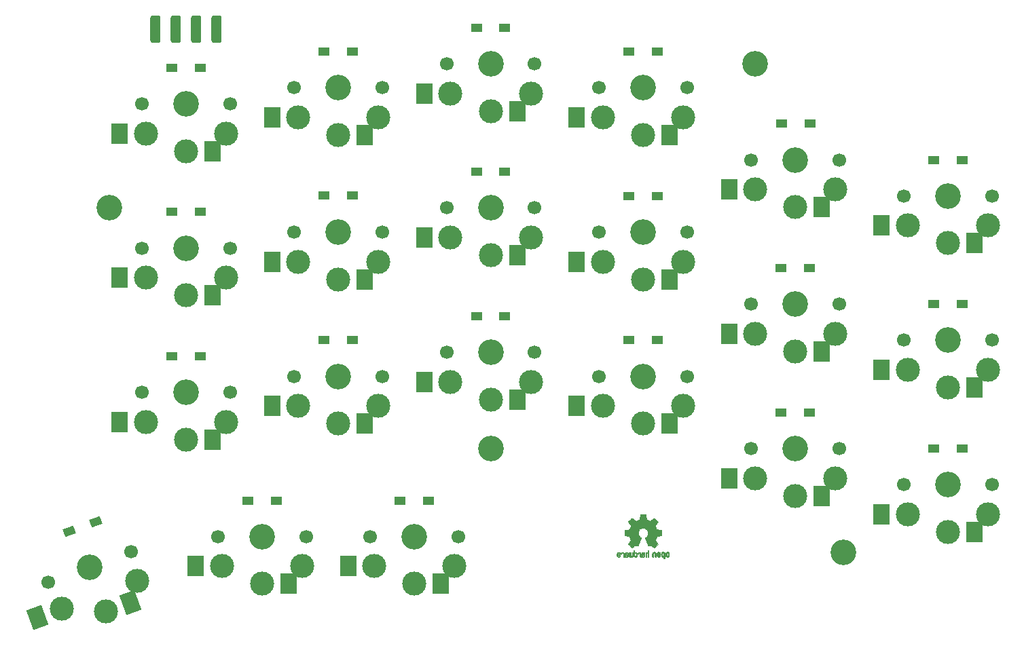
<source format=gbs>
%TF.GenerationSoftware,KiCad,Pcbnew,7.0.2-0*%
%TF.CreationDate,2023-05-24T14:01:04+08:00*%
%TF.ProjectId,Input,496e7075-742e-46b6-9963-61645f706362,1*%
%TF.SameCoordinates,PX7bfa480PY6052340*%
%TF.FileFunction,Soldermask,Bot*%
%TF.FilePolarity,Negative*%
%FSLAX46Y46*%
G04 Gerber Fmt 4.6, Leading zero omitted, Abs format (unit mm)*
G04 Created by KiCad (PCBNEW 7.0.2-0) date 2023-05-24 14:01:04*
%MOMM*%
%LPD*%
G01*
G04 APERTURE LIST*
G04 Aperture macros list*
%AMRoundRect*
0 Rectangle with rounded corners*
0 $1 Rounding radius*
0 $2 $3 $4 $5 $6 $7 $8 $9 X,Y pos of 4 corners*
0 Add a 4 corners polygon primitive as box body*
4,1,4,$2,$3,$4,$5,$6,$7,$8,$9,$2,$3,0*
0 Add four circle primitives for the rounded corners*
1,1,$1+$1,$2,$3*
1,1,$1+$1,$4,$5*
1,1,$1+$1,$6,$7*
1,1,$1+$1,$8,$9*
0 Add four rect primitives between the rounded corners*
20,1,$1+$1,$2,$3,$4,$5,0*
20,1,$1+$1,$4,$5,$6,$7,0*
20,1,$1+$1,$6,$7,$8,$9,0*
20,1,$1+$1,$8,$9,$2,$3,0*%
%AMRotRect*
0 Rectangle, with rotation*
0 The origin of the aperture is its center*
0 $1 length*
0 $2 width*
0 $3 Rotation angle, in degrees counterclockwise*
0 Add horizontal line*
21,1,$1,$2,0,0,$3*%
G04 Aperture macros list end*
%ADD10C,0.010000*%
%ADD11C,3.000000*%
%ADD12C,3.200000*%
%ADD13RoundRect,0.317500X0.317500X1.397000X-0.317500X1.397000X-0.317500X-1.397000X0.317500X-1.397000X0*%
%ADD14C,1.700000*%
%ADD15R,2.000000X2.600000*%
%ADD16R,1.400000X1.000000*%
%ADD17RotRect,2.000000X2.600000X20.000000*%
%ADD18RotRect,1.400000X1.000000X200.000000*%
G04 APERTURE END LIST*
%TO.C,REF\u002A\u002A*%
D10*
X54482829Y-37951097D02*
X54542753Y-37973355D01*
X54567673Y-37990080D01*
X54592910Y-38014043D01*
X54610912Y-38044526D01*
X54622858Y-38086023D01*
X54629930Y-38143032D01*
X54633308Y-38220047D01*
X54634171Y-38321565D01*
X54634002Y-38374027D01*
X54633153Y-38445715D01*
X54631711Y-38502925D01*
X54629814Y-38540809D01*
X54627597Y-38554514D01*
X54613172Y-38549981D01*
X54584054Y-38537670D01*
X54583181Y-38537272D01*
X54568060Y-38529356D01*
X54557891Y-38518495D01*
X54551691Y-38499471D01*
X54548478Y-38467069D01*
X54547270Y-38416071D01*
X54547086Y-38341261D01*
X54546714Y-38293804D01*
X54542750Y-38204615D01*
X54533673Y-38139287D01*
X54518524Y-38094393D01*
X54496345Y-38066507D01*
X54466175Y-38052203D01*
X54461990Y-38051206D01*
X54405480Y-38050427D01*
X54361410Y-38075744D01*
X54330972Y-38126502D01*
X54325544Y-38141175D01*
X54313171Y-38173649D01*
X54306905Y-38188572D01*
X54294036Y-38186516D01*
X54265933Y-38175357D01*
X54239721Y-38156927D01*
X54227771Y-38122098D01*
X54231336Y-38097151D01*
X54253235Y-38046547D01*
X54288644Y-37999128D01*
X54330052Y-37966334D01*
X54347400Y-37958752D01*
X54413089Y-37946076D01*
X54482829Y-37951097D01*
G36*
X54482829Y-37951097D02*
G01*
X54542753Y-37973355D01*
X54567673Y-37990080D01*
X54592910Y-38014043D01*
X54610912Y-38044526D01*
X54622858Y-38086023D01*
X54629930Y-38143032D01*
X54633308Y-38220047D01*
X54634171Y-38321565D01*
X54634002Y-38374027D01*
X54633153Y-38445715D01*
X54631711Y-38502925D01*
X54629814Y-38540809D01*
X54627597Y-38554514D01*
X54613172Y-38549981D01*
X54584054Y-38537670D01*
X54583181Y-38537272D01*
X54568060Y-38529356D01*
X54557891Y-38518495D01*
X54551691Y-38499471D01*
X54548478Y-38467069D01*
X54547270Y-38416071D01*
X54547086Y-38341261D01*
X54546714Y-38293804D01*
X54542750Y-38204615D01*
X54533673Y-38139287D01*
X54518524Y-38094393D01*
X54496345Y-38066507D01*
X54466175Y-38052203D01*
X54461990Y-38051206D01*
X54405480Y-38050427D01*
X54361410Y-38075744D01*
X54330972Y-38126502D01*
X54325544Y-38141175D01*
X54313171Y-38173649D01*
X54306905Y-38188572D01*
X54294036Y-38186516D01*
X54265933Y-38175357D01*
X54239721Y-38156927D01*
X54227771Y-38122098D01*
X54231336Y-38097151D01*
X54253235Y-38046547D01*
X54288644Y-37999128D01*
X54330052Y-37966334D01*
X54347400Y-37958752D01*
X54413089Y-37946076D01*
X54482829Y-37951097D01*
G37*
X58431020Y-37917822D02*
X58498810Y-37949680D01*
X58554366Y-38004770D01*
X58565881Y-38022016D01*
X58575432Y-38041562D01*
X58582206Y-38066198D01*
X58586819Y-38100711D01*
X58589888Y-38149889D01*
X58592029Y-38218519D01*
X58593859Y-38311389D01*
X58598404Y-38569007D01*
X58560225Y-38554491D01*
X58525268Y-38541156D01*
X58499097Y-38528323D01*
X58482013Y-38511780D01*
X58472086Y-38486465D01*
X58467386Y-38447316D01*
X58465982Y-38389268D01*
X58465943Y-38307261D01*
X58465744Y-38241895D01*
X58464559Y-38179173D01*
X58461729Y-38136334D01*
X58456609Y-38108220D01*
X58448553Y-38089675D01*
X58436914Y-38075543D01*
X58408303Y-38055600D01*
X58360239Y-38048083D01*
X58312688Y-38067079D01*
X58309550Y-38069511D01*
X58299769Y-38080748D01*
X58292553Y-38098770D01*
X58287299Y-38128026D01*
X58283402Y-38172962D01*
X58280256Y-38238028D01*
X58277257Y-38327670D01*
X58270000Y-38567697D01*
X58208314Y-38540044D01*
X58146629Y-38512391D01*
X58146629Y-38293246D01*
X58146884Y-38233711D01*
X58149086Y-38150892D01*
X58154661Y-38089227D01*
X58164941Y-38043748D01*
X58181258Y-38009484D01*
X58204943Y-37981466D01*
X58237328Y-37954723D01*
X58283907Y-37927780D01*
X58357287Y-37910191D01*
X58431020Y-37917822D01*
G36*
X58431020Y-37917822D02*
G01*
X58498810Y-37949680D01*
X58554366Y-38004770D01*
X58565881Y-38022016D01*
X58575432Y-38041562D01*
X58582206Y-38066198D01*
X58586819Y-38100711D01*
X58589888Y-38149889D01*
X58592029Y-38218519D01*
X58593859Y-38311389D01*
X58598404Y-38569007D01*
X58560225Y-38554491D01*
X58525268Y-38541156D01*
X58499097Y-38528323D01*
X58482013Y-38511780D01*
X58472086Y-38486465D01*
X58467386Y-38447316D01*
X58465982Y-38389268D01*
X58465943Y-38307261D01*
X58465744Y-38241895D01*
X58464559Y-38179173D01*
X58461729Y-38136334D01*
X58456609Y-38108220D01*
X58448553Y-38089675D01*
X58436914Y-38075543D01*
X58408303Y-38055600D01*
X58360239Y-38048083D01*
X58312688Y-38067079D01*
X58309550Y-38069511D01*
X58299769Y-38080748D01*
X58292553Y-38098770D01*
X58287299Y-38128026D01*
X58283402Y-38172962D01*
X58280256Y-38238028D01*
X58277257Y-38327670D01*
X58270000Y-38567697D01*
X58208314Y-38540044D01*
X58146629Y-38512391D01*
X58146629Y-38293246D01*
X58146884Y-38233711D01*
X58149086Y-38150892D01*
X58154661Y-38089227D01*
X58164941Y-38043748D01*
X58181258Y-38009484D01*
X58204943Y-37981466D01*
X58237328Y-37954723D01*
X58283907Y-37927780D01*
X58357287Y-37910191D01*
X58431020Y-37917822D01*
G37*
X56607691Y-37966467D02*
X56612273Y-37969003D01*
X56649704Y-37998057D01*
X56683170Y-38035410D01*
X56689007Y-38043852D01*
X56700165Y-38063553D01*
X56708136Y-38086935D01*
X56713618Y-38119067D01*
X56717307Y-38165019D01*
X56719899Y-38229859D01*
X56722092Y-38318657D01*
X56722402Y-38333669D01*
X56723400Y-38430999D01*
X56721994Y-38499934D01*
X56718164Y-38540948D01*
X56711889Y-38554514D01*
X56692898Y-38550452D01*
X56660638Y-38538144D01*
X56653041Y-38534545D01*
X56641176Y-38526398D01*
X56632994Y-38513004D01*
X56627643Y-38489608D01*
X56624269Y-38451455D01*
X56622019Y-38393790D01*
X56620040Y-38311857D01*
X56619498Y-38287907D01*
X56617403Y-38212266D01*
X56614683Y-38159328D01*
X56610515Y-38124075D01*
X56604079Y-38101487D01*
X56594550Y-38086544D01*
X56581106Y-38074227D01*
X56541305Y-38052634D01*
X56492341Y-38048476D01*
X56448529Y-38064999D01*
X56417008Y-38099210D01*
X56404914Y-38148114D01*
X56404578Y-38161407D01*
X56397972Y-38185472D01*
X56378470Y-38189144D01*
X56340283Y-38174813D01*
X56331438Y-38170217D01*
X56307534Y-38143186D01*
X56307061Y-38102994D01*
X56329836Y-38047409D01*
X56350727Y-38017117D01*
X56404142Y-37974084D01*
X56470074Y-37949755D01*
X56540574Y-37946443D01*
X56607691Y-37966467D01*
G36*
X56607691Y-37966467D02*
G01*
X56612273Y-37969003D01*
X56649704Y-37998057D01*
X56683170Y-38035410D01*
X56689007Y-38043852D01*
X56700165Y-38063553D01*
X56708136Y-38086935D01*
X56713618Y-38119067D01*
X56717307Y-38165019D01*
X56719899Y-38229859D01*
X56722092Y-38318657D01*
X56722402Y-38333669D01*
X56723400Y-38430999D01*
X56721994Y-38499934D01*
X56718164Y-38540948D01*
X56711889Y-38554514D01*
X56692898Y-38550452D01*
X56660638Y-38538144D01*
X56653041Y-38534545D01*
X56641176Y-38526398D01*
X56632994Y-38513004D01*
X56627643Y-38489608D01*
X56624269Y-38451455D01*
X56622019Y-38393790D01*
X56620040Y-38311857D01*
X56619498Y-38287907D01*
X56617403Y-38212266D01*
X56614683Y-38159328D01*
X56610515Y-38124075D01*
X56604079Y-38101487D01*
X56594550Y-38086544D01*
X56581106Y-38074227D01*
X56541305Y-38052634D01*
X56492341Y-38048476D01*
X56448529Y-38064999D01*
X56417008Y-38099210D01*
X56404914Y-38148114D01*
X56404578Y-38161407D01*
X56397972Y-38185472D01*
X56378470Y-38189144D01*
X56340283Y-38174813D01*
X56331438Y-38170217D01*
X56307534Y-38143186D01*
X56307061Y-38102994D01*
X56329836Y-38047409D01*
X56350727Y-38017117D01*
X56404142Y-37974084D01*
X56470074Y-37949755D01*
X56540574Y-37946443D01*
X56607691Y-37966467D01*
G37*
X57678543Y-37749444D02*
X57725714Y-37769342D01*
X57725714Y-38166509D01*
X57725519Y-38269498D01*
X57724998Y-38362141D01*
X57724199Y-38440700D01*
X57723172Y-38501439D01*
X57721963Y-38540623D01*
X57720623Y-38554514D01*
X57720099Y-38554468D01*
X57702287Y-38549420D01*
X57669823Y-38538580D01*
X57624114Y-38522646D01*
X57624114Y-38318173D01*
X57623824Y-38237832D01*
X57622474Y-38179562D01*
X57619369Y-38139909D01*
X57613812Y-38113618D01*
X57605107Y-38095436D01*
X57592556Y-38080107D01*
X57583999Y-38071955D01*
X57537728Y-38049375D01*
X57486728Y-38051375D01*
X57439993Y-38078073D01*
X57433189Y-38084698D01*
X57422293Y-38098456D01*
X57414836Y-38116642D01*
X57410169Y-38144177D01*
X57407642Y-38185981D01*
X57406602Y-38246973D01*
X57406400Y-38332073D01*
X57406303Y-38375234D01*
X57405674Y-38446224D01*
X57404556Y-38503076D01*
X57403063Y-38540828D01*
X57401309Y-38554514D01*
X57400785Y-38554468D01*
X57382973Y-38549420D01*
X57350509Y-38538580D01*
X57304800Y-38522646D01*
X57304823Y-38317237D01*
X57304857Y-38298951D01*
X57306778Y-38203626D01*
X57312678Y-38131543D01*
X57324001Y-38077813D01*
X57342187Y-38037549D01*
X57368679Y-38005861D01*
X57404918Y-37977861D01*
X57440263Y-37960333D01*
X57496773Y-37946785D01*
X57552356Y-37946015D01*
X57595086Y-37959195D01*
X57598298Y-37961015D01*
X57608205Y-37960820D01*
X57614975Y-37945572D01*
X57619861Y-37910613D01*
X57624114Y-37851289D01*
X57631371Y-37729547D01*
X57678543Y-37749444D01*
G36*
X57678543Y-37749444D02*
G01*
X57725714Y-37769342D01*
X57725714Y-38166509D01*
X57725519Y-38269498D01*
X57724998Y-38362141D01*
X57724199Y-38440700D01*
X57723172Y-38501439D01*
X57721963Y-38540623D01*
X57720623Y-38554514D01*
X57720099Y-38554468D01*
X57702287Y-38549420D01*
X57669823Y-38538580D01*
X57624114Y-38522646D01*
X57624114Y-38318173D01*
X57623824Y-38237832D01*
X57622474Y-38179562D01*
X57619369Y-38139909D01*
X57613812Y-38113618D01*
X57605107Y-38095436D01*
X57592556Y-38080107D01*
X57583999Y-38071955D01*
X57537728Y-38049375D01*
X57486728Y-38051375D01*
X57439993Y-38078073D01*
X57433189Y-38084698D01*
X57422293Y-38098456D01*
X57414836Y-38116642D01*
X57410169Y-38144177D01*
X57407642Y-38185981D01*
X57406602Y-38246973D01*
X57406400Y-38332073D01*
X57406303Y-38375234D01*
X57405674Y-38446224D01*
X57404556Y-38503076D01*
X57403063Y-38540828D01*
X57401309Y-38554514D01*
X57400785Y-38554468D01*
X57382973Y-38549420D01*
X57350509Y-38538580D01*
X57304800Y-38522646D01*
X57304823Y-38317237D01*
X57304857Y-38298951D01*
X57306778Y-38203626D01*
X57312678Y-38131543D01*
X57324001Y-38077813D01*
X57342187Y-38037549D01*
X57368679Y-38005861D01*
X57404918Y-37977861D01*
X57440263Y-37960333D01*
X57496773Y-37946785D01*
X57552356Y-37946015D01*
X57595086Y-37959195D01*
X57598298Y-37961015D01*
X57608205Y-37960820D01*
X57614975Y-37945572D01*
X57619861Y-37910613D01*
X57624114Y-37851289D01*
X57631371Y-37729547D01*
X57678543Y-37749444D01*
G37*
X55653941Y-37949282D02*
X55685774Y-37961758D01*
X55722743Y-37978602D01*
X55722743Y-38465196D01*
X55676812Y-38511127D01*
X55666320Y-38521427D01*
X55637255Y-38544320D01*
X55607943Y-38551735D01*
X55564326Y-38548321D01*
X55546568Y-38546114D01*
X55500767Y-38541445D01*
X55468743Y-38539585D01*
X55459244Y-38539869D01*
X55420274Y-38542948D01*
X55373160Y-38548321D01*
X55358085Y-38550168D01*
X55320110Y-38550893D01*
X55292325Y-38539429D01*
X55260674Y-38511127D01*
X55214743Y-38465196D01*
X55214743Y-38205055D01*
X55215101Y-38128180D01*
X55216216Y-38054886D01*
X55217952Y-37996850D01*
X55220167Y-37958663D01*
X55222721Y-37944914D01*
X55223256Y-37944951D01*
X55241808Y-37951793D01*
X55273153Y-37966868D01*
X55315608Y-37988822D01*
X55319604Y-38217240D01*
X55323600Y-38445657D01*
X55410686Y-38445657D01*
X55414657Y-38195286D01*
X55415916Y-38127227D01*
X55417718Y-38054482D01*
X55419671Y-37996730D01*
X55421612Y-37958648D01*
X55423377Y-37944914D01*
X55423885Y-37944962D01*
X55441482Y-37950015D01*
X55473834Y-37960849D01*
X55519543Y-37976783D01*
X55519765Y-38196706D01*
X55519988Y-38234909D01*
X55521531Y-38309146D01*
X55524292Y-38371145D01*
X55527977Y-38415308D01*
X55532292Y-38436041D01*
X55547732Y-38447131D01*
X55579241Y-38450556D01*
X55613886Y-38445657D01*
X55617857Y-38195286D01*
X55619278Y-38131663D01*
X55622225Y-38056356D01*
X55626079Y-37997286D01*
X55630542Y-37958718D01*
X55635317Y-37944914D01*
X55653941Y-37949282D01*
G36*
X55653941Y-37949282D02*
G01*
X55685774Y-37961758D01*
X55722743Y-37978602D01*
X55722743Y-38465196D01*
X55676812Y-38511127D01*
X55666320Y-38521427D01*
X55637255Y-38544320D01*
X55607943Y-38551735D01*
X55564326Y-38548321D01*
X55546568Y-38546114D01*
X55500767Y-38541445D01*
X55468743Y-38539585D01*
X55459244Y-38539869D01*
X55420274Y-38542948D01*
X55373160Y-38548321D01*
X55358085Y-38550168D01*
X55320110Y-38550893D01*
X55292325Y-38539429D01*
X55260674Y-38511127D01*
X55214743Y-38465196D01*
X55214743Y-38205055D01*
X55215101Y-38128180D01*
X55216216Y-38054886D01*
X55217952Y-37996850D01*
X55220167Y-37958663D01*
X55222721Y-37944914D01*
X55223256Y-37944951D01*
X55241808Y-37951793D01*
X55273153Y-37966868D01*
X55315608Y-37988822D01*
X55319604Y-38217240D01*
X55323600Y-38445657D01*
X55410686Y-38445657D01*
X55414657Y-38195286D01*
X55415916Y-38127227D01*
X55417718Y-38054482D01*
X55419671Y-37996730D01*
X55421612Y-37958648D01*
X55423377Y-37944914D01*
X55423885Y-37944962D01*
X55441482Y-37950015D01*
X55473834Y-37960849D01*
X55519543Y-37976783D01*
X55519765Y-38196706D01*
X55519988Y-38234909D01*
X55521531Y-38309146D01*
X55524292Y-38371145D01*
X55527977Y-38415308D01*
X55532292Y-38436041D01*
X55547732Y-38447131D01*
X55579241Y-38450556D01*
X55613886Y-38445657D01*
X55617857Y-38195286D01*
X55619278Y-38131663D01*
X55622225Y-38056356D01*
X55626079Y-37997286D01*
X55630542Y-37958718D01*
X55635317Y-37944914D01*
X55653941Y-37949282D01*
G37*
X60265714Y-38235200D02*
X60265701Y-38250935D01*
X60264914Y-38321119D01*
X60262210Y-38370022D01*
X60256606Y-38404178D01*
X60247119Y-38430124D01*
X60232768Y-38454397D01*
X60229237Y-38459433D01*
X60191878Y-38499143D01*
X60149311Y-38529092D01*
X60127452Y-38538810D01*
X60048908Y-38555020D01*
X59971231Y-38544535D01*
X59899645Y-38508707D01*
X59839374Y-38448887D01*
X59834286Y-38440873D01*
X59817730Y-38394342D01*
X59806573Y-38329552D01*
X59801160Y-38254727D01*
X59801768Y-38185513D01*
X59948248Y-38185513D01*
X59949402Y-38281399D01*
X59949866Y-38287569D01*
X59956629Y-38340478D01*
X59968671Y-38374029D01*
X59989005Y-38397016D01*
X60023097Y-38418548D01*
X60056814Y-38419680D01*
X60091543Y-38394857D01*
X60097584Y-38388325D01*
X60109417Y-38368779D01*
X60116404Y-38340386D01*
X60119727Y-38296430D01*
X60120571Y-38230192D01*
X60119125Y-38168150D01*
X60111907Y-38109042D01*
X60097006Y-38071686D01*
X60072636Y-38052152D01*
X60037008Y-38046514D01*
X60023440Y-38047635D01*
X59985430Y-38068194D01*
X59960312Y-38114299D01*
X59948248Y-38185513D01*
X59801768Y-38185513D01*
X59801833Y-38178096D01*
X59808937Y-38107882D01*
X59822815Y-38052312D01*
X59840649Y-38015301D01*
X59890855Y-37957733D01*
X59958885Y-37921962D01*
X60042158Y-37909665D01*
X60064398Y-37910331D01*
X60129891Y-37923947D01*
X60183687Y-37958249D01*
X60233057Y-38017338D01*
X60235995Y-38021722D01*
X60249287Y-38045299D01*
X60257932Y-38071949D01*
X60262904Y-38108159D01*
X60265174Y-38160413D01*
X60265678Y-38230192D01*
X60265714Y-38235200D01*
G36*
X60265714Y-38235200D02*
G01*
X60265701Y-38250935D01*
X60264914Y-38321119D01*
X60262210Y-38370022D01*
X60256606Y-38404178D01*
X60247119Y-38430124D01*
X60232768Y-38454397D01*
X60229237Y-38459433D01*
X60191878Y-38499143D01*
X60149311Y-38529092D01*
X60127452Y-38538810D01*
X60048908Y-38555020D01*
X59971231Y-38544535D01*
X59899645Y-38508707D01*
X59839374Y-38448887D01*
X59834286Y-38440873D01*
X59817730Y-38394342D01*
X59806573Y-38329552D01*
X59801160Y-38254727D01*
X59801768Y-38185513D01*
X59948248Y-38185513D01*
X59949402Y-38281399D01*
X59949866Y-38287569D01*
X59956629Y-38340478D01*
X59968671Y-38374029D01*
X59989005Y-38397016D01*
X60023097Y-38418548D01*
X60056814Y-38419680D01*
X60091543Y-38394857D01*
X60097584Y-38388325D01*
X60109417Y-38368779D01*
X60116404Y-38340386D01*
X60119727Y-38296430D01*
X60120571Y-38230192D01*
X60119125Y-38168150D01*
X60111907Y-38109042D01*
X60097006Y-38071686D01*
X60072636Y-38052152D01*
X60037008Y-38046514D01*
X60023440Y-38047635D01*
X59985430Y-38068194D01*
X59960312Y-38114299D01*
X59948248Y-38185513D01*
X59801768Y-38185513D01*
X59801833Y-38178096D01*
X59808937Y-38107882D01*
X59822815Y-38052312D01*
X59840649Y-38015301D01*
X59890855Y-37957733D01*
X59958885Y-37921962D01*
X60042158Y-37909665D01*
X60064398Y-37910331D01*
X60129891Y-37923947D01*
X60183687Y-37958249D01*
X60233057Y-38017338D01*
X60235995Y-38021722D01*
X60249287Y-38045299D01*
X60257932Y-38071949D01*
X60262904Y-38108159D01*
X60265174Y-38160413D01*
X60265678Y-38230192D01*
X60265714Y-38235200D01*
G37*
X54140590Y-38252622D02*
X54140307Y-38291305D01*
X54136762Y-38367521D01*
X54127483Y-38423294D01*
X54110375Y-38464613D01*
X54083344Y-38497467D01*
X54044292Y-38527846D01*
X54019445Y-38541660D01*
X53979615Y-38550965D01*
X53923665Y-38550230D01*
X53892385Y-38547283D01*
X53854653Y-38538283D01*
X53824494Y-38518720D01*
X53789408Y-38482267D01*
X53784720Y-38476943D01*
X53753177Y-38435969D01*
X53738128Y-38400283D01*
X53734286Y-38357966D01*
X53734286Y-38295779D01*
X53777742Y-38312182D01*
X53809424Y-38331356D01*
X53836962Y-38376347D01*
X53842711Y-38390752D01*
X53874855Y-38431546D01*
X53918611Y-38452081D01*
X53966254Y-38450235D01*
X54010057Y-38423886D01*
X54025111Y-38407455D01*
X54038763Y-38382667D01*
X54034493Y-38360144D01*
X54009916Y-38336964D01*
X53962651Y-38310202D01*
X53890314Y-38276934D01*
X53741543Y-38211816D01*
X53737595Y-38147308D01*
X53739079Y-38106220D01*
X53836010Y-38106220D01*
X53843368Y-38131657D01*
X53876848Y-38158814D01*
X53937614Y-38189714D01*
X53947669Y-38194190D01*
X53995751Y-38215017D01*
X54031726Y-38229665D01*
X54048444Y-38235200D01*
X54050977Y-38231126D01*
X54051993Y-38206247D01*
X54048369Y-38166257D01*
X54039242Y-38127152D01*
X54010773Y-38077884D01*
X53969678Y-38050122D01*
X53920590Y-38046364D01*
X53868144Y-38069109D01*
X53853609Y-38080481D01*
X53836010Y-38106220D01*
X53739079Y-38106220D01*
X53739338Y-38099064D01*
X53761281Y-38038096D01*
X53788979Y-38004497D01*
X53846405Y-37966966D01*
X53914527Y-37948006D01*
X53984947Y-37949507D01*
X54049267Y-37973355D01*
X54063426Y-37982513D01*
X54095904Y-38010849D01*
X54118116Y-38046695D01*
X54131804Y-38095384D01*
X54138715Y-38162249D01*
X54139628Y-38206247D01*
X54140590Y-38252622D01*
G36*
X54140590Y-38252622D02*
G01*
X54140307Y-38291305D01*
X54136762Y-38367521D01*
X54127483Y-38423294D01*
X54110375Y-38464613D01*
X54083344Y-38497467D01*
X54044292Y-38527846D01*
X54019445Y-38541660D01*
X53979615Y-38550965D01*
X53923665Y-38550230D01*
X53892385Y-38547283D01*
X53854653Y-38538283D01*
X53824494Y-38518720D01*
X53789408Y-38482267D01*
X53784720Y-38476943D01*
X53753177Y-38435969D01*
X53738128Y-38400283D01*
X53734286Y-38357966D01*
X53734286Y-38295779D01*
X53777742Y-38312182D01*
X53809424Y-38331356D01*
X53836962Y-38376347D01*
X53842711Y-38390752D01*
X53874855Y-38431546D01*
X53918611Y-38452081D01*
X53966254Y-38450235D01*
X54010057Y-38423886D01*
X54025111Y-38407455D01*
X54038763Y-38382667D01*
X54034493Y-38360144D01*
X54009916Y-38336964D01*
X53962651Y-38310202D01*
X53890314Y-38276934D01*
X53741543Y-38211816D01*
X53737595Y-38147308D01*
X53739079Y-38106220D01*
X53836010Y-38106220D01*
X53843368Y-38131657D01*
X53876848Y-38158814D01*
X53937614Y-38189714D01*
X53947669Y-38194190D01*
X53995751Y-38215017D01*
X54031726Y-38229665D01*
X54048444Y-38235200D01*
X54050977Y-38231126D01*
X54051993Y-38206247D01*
X54048369Y-38166257D01*
X54039242Y-38127152D01*
X54010773Y-38077884D01*
X53969678Y-38050122D01*
X53920590Y-38046364D01*
X53868144Y-38069109D01*
X53853609Y-38080481D01*
X53836010Y-38106220D01*
X53739079Y-38106220D01*
X53739338Y-38099064D01*
X53761281Y-38038096D01*
X53788979Y-38004497D01*
X53846405Y-37966966D01*
X53914527Y-37948006D01*
X53984947Y-37949507D01*
X54049267Y-37973355D01*
X54063426Y-37982513D01*
X54095904Y-38010849D01*
X54118116Y-38046695D01*
X54131804Y-38095384D01*
X54138715Y-38162249D01*
X54139628Y-38206247D01*
X54140590Y-38252622D01*
G37*
X56230698Y-38249714D02*
X56229537Y-38306313D01*
X56221345Y-38383462D01*
X56203519Y-38441276D01*
X56173975Y-38485422D01*
X56130625Y-38521568D01*
X56089332Y-38542463D01*
X56019987Y-38554090D01*
X55950736Y-38541377D01*
X55888145Y-38505945D01*
X55838779Y-38449418D01*
X55832818Y-38438995D01*
X55824945Y-38420733D01*
X55819106Y-38397429D01*
X55814999Y-38365085D01*
X55812325Y-38319704D01*
X55810781Y-38257287D01*
X55810734Y-38251748D01*
X55911429Y-38251748D01*
X55911772Y-38304577D01*
X55913942Y-38352362D01*
X55919307Y-38383209D01*
X55929217Y-38403935D01*
X55945021Y-38421356D01*
X55948724Y-38424705D01*
X55996299Y-38449419D01*
X56046635Y-38446890D01*
X56093517Y-38417288D01*
X56107477Y-38401953D01*
X56119160Y-38381622D01*
X56125686Y-38353514D01*
X56128524Y-38310550D01*
X56129143Y-38245647D01*
X56128837Y-38196122D01*
X56126722Y-38147782D01*
X56121390Y-38116587D01*
X56111460Y-38095647D01*
X56095550Y-38078073D01*
X56086204Y-38070159D01*
X56037776Y-38048843D01*
X55987040Y-38052198D01*
X55942987Y-38080107D01*
X55933504Y-38091173D01*
X55921939Y-38112009D01*
X55915252Y-38141106D01*
X55912173Y-38185381D01*
X55911429Y-38251748D01*
X55810734Y-38251748D01*
X55810067Y-38173837D01*
X55809883Y-38065358D01*
X55809829Y-37728601D01*
X55857000Y-37748362D01*
X55869472Y-37753770D01*
X55889324Y-37765985D01*
X55900687Y-37784482D01*
X55906933Y-37816829D01*
X55911429Y-37870593D01*
X55915535Y-37918866D01*
X55920963Y-37950557D01*
X55928739Y-37962383D01*
X55940457Y-37959212D01*
X55970318Y-37948067D01*
X56023684Y-37945304D01*
X56081093Y-37955625D01*
X56130625Y-37977861D01*
X56157876Y-37998443D01*
X56192865Y-38038600D01*
X56215274Y-38090086D01*
X56227190Y-38158568D01*
X56230542Y-38245647D01*
X56230698Y-38249714D01*
G36*
X56230698Y-38249714D02*
G01*
X56229537Y-38306313D01*
X56221345Y-38383462D01*
X56203519Y-38441276D01*
X56173975Y-38485422D01*
X56130625Y-38521568D01*
X56089332Y-38542463D01*
X56019987Y-38554090D01*
X55950736Y-38541377D01*
X55888145Y-38505945D01*
X55838779Y-38449418D01*
X55832818Y-38438995D01*
X55824945Y-38420733D01*
X55819106Y-38397429D01*
X55814999Y-38365085D01*
X55812325Y-38319704D01*
X55810781Y-38257287D01*
X55810734Y-38251748D01*
X55911429Y-38251748D01*
X55911772Y-38304577D01*
X55913942Y-38352362D01*
X55919307Y-38383209D01*
X55929217Y-38403935D01*
X55945021Y-38421356D01*
X55948724Y-38424705D01*
X55996299Y-38449419D01*
X56046635Y-38446890D01*
X56093517Y-38417288D01*
X56107477Y-38401953D01*
X56119160Y-38381622D01*
X56125686Y-38353514D01*
X56128524Y-38310550D01*
X56129143Y-38245647D01*
X56128837Y-38196122D01*
X56126722Y-38147782D01*
X56121390Y-38116587D01*
X56111460Y-38095647D01*
X56095550Y-38078073D01*
X56086204Y-38070159D01*
X56037776Y-38048843D01*
X55987040Y-38052198D01*
X55942987Y-38080107D01*
X55933504Y-38091173D01*
X55921939Y-38112009D01*
X55915252Y-38141106D01*
X55912173Y-38185381D01*
X55911429Y-38251748D01*
X55810734Y-38251748D01*
X55810067Y-38173837D01*
X55809883Y-38065358D01*
X55809829Y-37728601D01*
X55857000Y-37748362D01*
X55869472Y-37753770D01*
X55889324Y-37765985D01*
X55900687Y-37784482D01*
X55906933Y-37816829D01*
X55911429Y-37870593D01*
X55915535Y-37918866D01*
X55920963Y-37950557D01*
X55928739Y-37962383D01*
X55940457Y-37959212D01*
X55970318Y-37948067D01*
X56023684Y-37945304D01*
X56081093Y-37955625D01*
X56130625Y-37977861D01*
X56157876Y-37998443D01*
X56192865Y-38038600D01*
X56215274Y-38090086D01*
X56227190Y-38158568D01*
X56230542Y-38245647D01*
X56230698Y-38249714D01*
G37*
X59162299Y-38194055D02*
X59157684Y-38304078D01*
X59155078Y-38327387D01*
X59135660Y-38410352D01*
X59100573Y-38473448D01*
X59047212Y-38521808D01*
X59044196Y-38523804D01*
X58976362Y-38552185D01*
X58905535Y-38554711D01*
X58837289Y-38533097D01*
X58777196Y-38489062D01*
X58730829Y-38424322D01*
X58730050Y-38422761D01*
X58714643Y-38382558D01*
X58703357Y-38336866D01*
X58697370Y-38293972D01*
X58697861Y-38262160D01*
X58706007Y-38249714D01*
X58713244Y-38250471D01*
X58747851Y-38264235D01*
X58787078Y-38289546D01*
X58820448Y-38318845D01*
X58837483Y-38344572D01*
X58855192Y-38379471D01*
X58891485Y-38411212D01*
X58933630Y-38423886D01*
X58949077Y-38420221D01*
X58979569Y-38401774D01*
X59006128Y-38376166D01*
X59017486Y-38352934D01*
X59017482Y-38352848D01*
X59004596Y-38342179D01*
X58970241Y-38322933D01*
X58919593Y-38297813D01*
X58857829Y-38269524D01*
X58857489Y-38269374D01*
X58790388Y-38239498D01*
X58745411Y-38217973D01*
X58718145Y-38201437D01*
X58704178Y-38186531D01*
X58699097Y-38169893D01*
X58698490Y-38148162D01*
X58702712Y-38107013D01*
X58846000Y-38107013D01*
X58860791Y-38119949D01*
X58897644Y-38139333D01*
X58898725Y-38139881D01*
X58942205Y-38160587D01*
X58981102Y-38177105D01*
X59005778Y-38184093D01*
X59015676Y-38174753D01*
X59017486Y-38142748D01*
X59009966Y-38102915D01*
X58983897Y-38066717D01*
X58946154Y-38047950D01*
X58904077Y-38049845D01*
X58865005Y-38075632D01*
X58849647Y-38093451D01*
X58846000Y-38107013D01*
X58702712Y-38107013D01*
X58703833Y-38096086D01*
X58730251Y-38025335D01*
X58774473Y-37969735D01*
X58831697Y-37931239D01*
X58897120Y-37911797D01*
X58965937Y-37913359D01*
X59033347Y-37937878D01*
X59094544Y-37987302D01*
X59128450Y-38036212D01*
X59152806Y-38106027D01*
X59156767Y-38142748D01*
X59162299Y-38194055D01*
G36*
X59162299Y-38194055D02*
G01*
X59157684Y-38304078D01*
X59155078Y-38327387D01*
X59135660Y-38410352D01*
X59100573Y-38473448D01*
X59047212Y-38521808D01*
X59044196Y-38523804D01*
X58976362Y-38552185D01*
X58905535Y-38554711D01*
X58837289Y-38533097D01*
X58777196Y-38489062D01*
X58730829Y-38424322D01*
X58730050Y-38422761D01*
X58714643Y-38382558D01*
X58703357Y-38336866D01*
X58697370Y-38293972D01*
X58697861Y-38262160D01*
X58706007Y-38249714D01*
X58713244Y-38250471D01*
X58747851Y-38264235D01*
X58787078Y-38289546D01*
X58820448Y-38318845D01*
X58837483Y-38344572D01*
X58855192Y-38379471D01*
X58891485Y-38411212D01*
X58933630Y-38423886D01*
X58949077Y-38420221D01*
X58979569Y-38401774D01*
X59006128Y-38376166D01*
X59017486Y-38352934D01*
X59017482Y-38352848D01*
X59004596Y-38342179D01*
X58970241Y-38322933D01*
X58919593Y-38297813D01*
X58857829Y-38269524D01*
X58857489Y-38269374D01*
X58790388Y-38239498D01*
X58745411Y-38217973D01*
X58718145Y-38201437D01*
X58704178Y-38186531D01*
X58699097Y-38169893D01*
X58698490Y-38148162D01*
X58702712Y-38107013D01*
X58846000Y-38107013D01*
X58860791Y-38119949D01*
X58897644Y-38139333D01*
X58898725Y-38139881D01*
X58942205Y-38160587D01*
X58981102Y-38177105D01*
X59005778Y-38184093D01*
X59015676Y-38174753D01*
X59017486Y-38142748D01*
X59009966Y-38102915D01*
X58983897Y-38066717D01*
X58946154Y-38047950D01*
X58904077Y-38049845D01*
X58865005Y-38075632D01*
X58849647Y-38093451D01*
X58846000Y-38107013D01*
X58702712Y-38107013D01*
X58703833Y-38096086D01*
X58730251Y-38025335D01*
X58774473Y-37969735D01*
X58831697Y-37931239D01*
X58897120Y-37911797D01*
X58965937Y-37913359D01*
X59033347Y-37937878D01*
X59094544Y-37987302D01*
X59128450Y-38036212D01*
X59152806Y-38106027D01*
X59156767Y-38142748D01*
X59162299Y-38194055D01*
G37*
X57089483Y-37960569D02*
X57139376Y-37989661D01*
X57161325Y-38012327D01*
X57203504Y-38080082D01*
X57217714Y-38153950D01*
X57217714Y-38204770D01*
X57170999Y-38185128D01*
X57138692Y-38165308D01*
X57113231Y-38124160D01*
X57110616Y-38115675D01*
X57082478Y-38072451D01*
X57040067Y-38049103D01*
X56991370Y-38048100D01*
X56944373Y-38071914D01*
X56937357Y-38078056D01*
X56913893Y-38104745D01*
X56910019Y-38128014D01*
X56927768Y-38150862D01*
X56969179Y-38176287D01*
X57036286Y-38207288D01*
X57040824Y-38209252D01*
X57115322Y-38243990D01*
X57166203Y-38274763D01*
X57197525Y-38305488D01*
X57213343Y-38340082D01*
X57217714Y-38382462D01*
X57211986Y-38429446D01*
X57183062Y-38489585D01*
X57132178Y-38532788D01*
X57095374Y-38545759D01*
X57043434Y-38552856D01*
X56992999Y-38551340D01*
X56956983Y-38540632D01*
X56953158Y-38537966D01*
X56942998Y-38519337D01*
X56950048Y-38486505D01*
X56962297Y-38460735D01*
X56981939Y-38450006D01*
X57019191Y-38450539D01*
X57070908Y-38447462D01*
X57104701Y-38426212D01*
X57116114Y-38386877D01*
X57116104Y-38385747D01*
X57109187Y-38362913D01*
X57085659Y-38341963D01*
X57039914Y-38317815D01*
X56977704Y-38288741D01*
X56936499Y-38272925D01*
X56912712Y-38273944D01*
X56901597Y-38294837D01*
X56898408Y-38338641D01*
X56898400Y-38408393D01*
X56898044Y-38451452D01*
X56896413Y-38504626D01*
X56893761Y-38541022D01*
X56890422Y-38554514D01*
X56889530Y-38554423D01*
X56870237Y-38547110D01*
X56838284Y-38531678D01*
X56794124Y-38508842D01*
X56799371Y-38303078D01*
X56799736Y-38289432D01*
X56803904Y-38193651D01*
X56811268Y-38121462D01*
X56823330Y-38068058D01*
X56841593Y-38028633D01*
X56867560Y-37998380D01*
X56902733Y-37972493D01*
X56903384Y-37972087D01*
X56960256Y-37950968D01*
X57026033Y-37947400D01*
X57089483Y-37960569D01*
G36*
X57089483Y-37960569D02*
G01*
X57139376Y-37989661D01*
X57161325Y-38012327D01*
X57203504Y-38080082D01*
X57217714Y-38153950D01*
X57217714Y-38204770D01*
X57170999Y-38185128D01*
X57138692Y-38165308D01*
X57113231Y-38124160D01*
X57110616Y-38115675D01*
X57082478Y-38072451D01*
X57040067Y-38049103D01*
X56991370Y-38048100D01*
X56944373Y-38071914D01*
X56937357Y-38078056D01*
X56913893Y-38104745D01*
X56910019Y-38128014D01*
X56927768Y-38150862D01*
X56969179Y-38176287D01*
X57036286Y-38207288D01*
X57040824Y-38209252D01*
X57115322Y-38243990D01*
X57166203Y-38274763D01*
X57197525Y-38305488D01*
X57213343Y-38340082D01*
X57217714Y-38382462D01*
X57211986Y-38429446D01*
X57183062Y-38489585D01*
X57132178Y-38532788D01*
X57095374Y-38545759D01*
X57043434Y-38552856D01*
X56992999Y-38551340D01*
X56956983Y-38540632D01*
X56953158Y-38537966D01*
X56942998Y-38519337D01*
X56950048Y-38486505D01*
X56962297Y-38460735D01*
X56981939Y-38450006D01*
X57019191Y-38450539D01*
X57070908Y-38447462D01*
X57104701Y-38426212D01*
X57116114Y-38386877D01*
X57116104Y-38385747D01*
X57109187Y-38362913D01*
X57085659Y-38341963D01*
X57039914Y-38317815D01*
X56977704Y-38288741D01*
X56936499Y-38272925D01*
X56912712Y-38273944D01*
X56901597Y-38294837D01*
X56898408Y-38338641D01*
X56898400Y-38408393D01*
X56898044Y-38451452D01*
X56896413Y-38504626D01*
X56893761Y-38541022D01*
X56890422Y-38554514D01*
X56889530Y-38554423D01*
X56870237Y-38547110D01*
X56838284Y-38531678D01*
X56794124Y-38508842D01*
X56799371Y-38303078D01*
X56799736Y-38289432D01*
X56803904Y-38193651D01*
X56811268Y-38121462D01*
X56823330Y-38068058D01*
X56841593Y-38028633D01*
X56867560Y-37998380D01*
X56902733Y-37972493D01*
X56903384Y-37972087D01*
X56960256Y-37950968D01*
X57026033Y-37947400D01*
X57089483Y-37960569D01*
G37*
X59709815Y-38301524D02*
X59711252Y-38413000D01*
X59711651Y-38445339D01*
X59712929Y-38553455D01*
X59713185Y-38636186D01*
X59711634Y-38696426D01*
X59707490Y-38737073D01*
X59699964Y-38761023D01*
X59688271Y-38771171D01*
X59671624Y-38770414D01*
X59649236Y-38761648D01*
X59620321Y-38747769D01*
X59614142Y-38744808D01*
X59588413Y-38730311D01*
X59574976Y-38713065D01*
X59569834Y-38684308D01*
X59568990Y-38635283D01*
X59568952Y-38547257D01*
X59478276Y-38547257D01*
X59422498Y-38544815D01*
X59378640Y-38534908D01*
X59342218Y-38514886D01*
X59339503Y-38512929D01*
X59302546Y-38479869D01*
X59276826Y-38439931D01*
X59260606Y-38387657D01*
X59252148Y-38317588D01*
X59250083Y-38238430D01*
X59394857Y-38238430D01*
X59394882Y-38251697D01*
X59396261Y-38311584D01*
X59400687Y-38350732D01*
X59409461Y-38376153D01*
X59423886Y-38394857D01*
X59424784Y-38395750D01*
X59460237Y-38419952D01*
X59494596Y-38417567D01*
X59533403Y-38388260D01*
X59542895Y-38378244D01*
X59556876Y-38357708D01*
X59564760Y-38330997D01*
X59568245Y-38290499D01*
X59569029Y-38228603D01*
X59568350Y-38191130D01*
X59560983Y-38122980D01*
X59544168Y-38078330D01*
X59516234Y-38053926D01*
X59475509Y-38046514D01*
X59458350Y-38048094D01*
X59428660Y-38063766D01*
X59409031Y-38098691D01*
X59398188Y-38155901D01*
X59394857Y-38238430D01*
X59250083Y-38238430D01*
X59249714Y-38224267D01*
X59250253Y-38156169D01*
X59252707Y-38104587D01*
X59258158Y-38068816D01*
X59267686Y-38042015D01*
X59282371Y-38017338D01*
X59295852Y-37998480D01*
X59344799Y-37947568D01*
X59400256Y-37919918D01*
X59469928Y-37911165D01*
X59549664Y-37919890D01*
X59618595Y-37951185D01*
X59673113Y-38006381D01*
X59677223Y-38012224D01*
X59686808Y-38027753D01*
X59694151Y-38045498D01*
X59699612Y-38069290D01*
X59703550Y-38102958D01*
X59706323Y-38150333D01*
X59708292Y-38215245D01*
X59708528Y-38228603D01*
X59709815Y-38301524D01*
G36*
X59709815Y-38301524D02*
G01*
X59711252Y-38413000D01*
X59711651Y-38445339D01*
X59712929Y-38553455D01*
X59713185Y-38636186D01*
X59711634Y-38696426D01*
X59707490Y-38737073D01*
X59699964Y-38761023D01*
X59688271Y-38771171D01*
X59671624Y-38770414D01*
X59649236Y-38761648D01*
X59620321Y-38747769D01*
X59614142Y-38744808D01*
X59588413Y-38730311D01*
X59574976Y-38713065D01*
X59569834Y-38684308D01*
X59568990Y-38635283D01*
X59568952Y-38547257D01*
X59478276Y-38547257D01*
X59422498Y-38544815D01*
X59378640Y-38534908D01*
X59342218Y-38514886D01*
X59339503Y-38512929D01*
X59302546Y-38479869D01*
X59276826Y-38439931D01*
X59260606Y-38387657D01*
X59252148Y-38317588D01*
X59250083Y-38238430D01*
X59394857Y-38238430D01*
X59394882Y-38251697D01*
X59396261Y-38311584D01*
X59400687Y-38350732D01*
X59409461Y-38376153D01*
X59423886Y-38394857D01*
X59424784Y-38395750D01*
X59460237Y-38419952D01*
X59494596Y-38417567D01*
X59533403Y-38388260D01*
X59542895Y-38378244D01*
X59556876Y-38357708D01*
X59564760Y-38330997D01*
X59568245Y-38290499D01*
X59569029Y-38228603D01*
X59568350Y-38191130D01*
X59560983Y-38122980D01*
X59544168Y-38078330D01*
X59516234Y-38053926D01*
X59475509Y-38046514D01*
X59458350Y-38048094D01*
X59428660Y-38063766D01*
X59409031Y-38098691D01*
X59398188Y-38155901D01*
X59394857Y-38238430D01*
X59250083Y-38238430D01*
X59249714Y-38224267D01*
X59250253Y-38156169D01*
X59252707Y-38104587D01*
X59258158Y-38068816D01*
X59267686Y-38042015D01*
X59282371Y-38017338D01*
X59295852Y-37998480D01*
X59344799Y-37947568D01*
X59400256Y-37919918D01*
X59469928Y-37911165D01*
X59549664Y-37919890D01*
X59618595Y-37951185D01*
X59673113Y-38006381D01*
X59677223Y-38012224D01*
X59686808Y-38027753D01*
X59694151Y-38045498D01*
X59699612Y-38069290D01*
X59703550Y-38102958D01*
X59706323Y-38150333D01*
X59708292Y-38215245D01*
X59708528Y-38228603D01*
X59709815Y-38301524D01*
G37*
X54967495Y-37946220D02*
X54998599Y-37954121D01*
X55027559Y-37973817D01*
X55064831Y-38010484D01*
X55088801Y-38036378D01*
X55113770Y-38069997D01*
X55125031Y-38101506D01*
X55127657Y-38141485D01*
X55127657Y-38206917D01*
X55083035Y-38183842D01*
X55047673Y-38155724D01*
X55023451Y-38117848D01*
X55019291Y-38107551D01*
X54987594Y-38067637D01*
X54943554Y-38047624D01*
X54895531Y-38049572D01*
X54851886Y-38075543D01*
X54833420Y-38096635D01*
X54822663Y-38123619D01*
X54834178Y-38147634D01*
X54869981Y-38171791D01*
X54932090Y-38199199D01*
X54941515Y-38202985D01*
X54998058Y-38227759D01*
X55046580Y-38252189D01*
X55077451Y-38271486D01*
X55108371Y-38305953D01*
X55128927Y-38360957D01*
X55126744Y-38419983D01*
X55102424Y-38475845D01*
X55056568Y-38521355D01*
X55019438Y-38540727D01*
X54947711Y-38554292D01*
X54907852Y-38552462D01*
X54870953Y-38542568D01*
X54856797Y-38521806D01*
X54862091Y-38487613D01*
X54863631Y-38483092D01*
X54875842Y-38459116D01*
X54896174Y-38450042D01*
X54934908Y-38450649D01*
X54962257Y-38451474D01*
X54994257Y-38444392D01*
X55016182Y-38423219D01*
X55028670Y-38397152D01*
X55030062Y-38369845D01*
X55029998Y-38369685D01*
X55013807Y-38354930D01*
X54979155Y-38333457D01*
X54934321Y-38309458D01*
X54887582Y-38287125D01*
X54847217Y-38270652D01*
X54821504Y-38264229D01*
X54817679Y-38270518D01*
X54812864Y-38300115D01*
X54809566Y-38348447D01*
X54808343Y-38409372D01*
X54808058Y-38451542D01*
X54806718Y-38504653D01*
X54804528Y-38541025D01*
X54801769Y-38554514D01*
X54787344Y-38549981D01*
X54758226Y-38537670D01*
X54721257Y-38520826D01*
X54721257Y-38304721D01*
X54721493Y-38249327D01*
X54723729Y-38165207D01*
X54729423Y-38102800D01*
X54739903Y-38057358D01*
X54756497Y-38024133D01*
X54780531Y-37998378D01*
X54813333Y-37975344D01*
X54855124Y-37956335D01*
X54932287Y-37944914D01*
X54967495Y-37946220D01*
G36*
X54967495Y-37946220D02*
G01*
X54998599Y-37954121D01*
X55027559Y-37973817D01*
X55064831Y-38010484D01*
X55088801Y-38036378D01*
X55113770Y-38069997D01*
X55125031Y-38101506D01*
X55127657Y-38141485D01*
X55127657Y-38206917D01*
X55083035Y-38183842D01*
X55047673Y-38155724D01*
X55023451Y-38117848D01*
X55019291Y-38107551D01*
X54987594Y-38067637D01*
X54943554Y-38047624D01*
X54895531Y-38049572D01*
X54851886Y-38075543D01*
X54833420Y-38096635D01*
X54822663Y-38123619D01*
X54834178Y-38147634D01*
X54869981Y-38171791D01*
X54932090Y-38199199D01*
X54941515Y-38202985D01*
X54998058Y-38227759D01*
X55046580Y-38252189D01*
X55077451Y-38271486D01*
X55108371Y-38305953D01*
X55128927Y-38360957D01*
X55126744Y-38419983D01*
X55102424Y-38475845D01*
X55056568Y-38521355D01*
X55019438Y-38540727D01*
X54947711Y-38554292D01*
X54907852Y-38552462D01*
X54870953Y-38542568D01*
X54856797Y-38521806D01*
X54862091Y-38487613D01*
X54863631Y-38483092D01*
X54875842Y-38459116D01*
X54896174Y-38450042D01*
X54934908Y-38450649D01*
X54962257Y-38451474D01*
X54994257Y-38444392D01*
X55016182Y-38423219D01*
X55028670Y-38397152D01*
X55030062Y-38369845D01*
X55029998Y-38369685D01*
X55013807Y-38354930D01*
X54979155Y-38333457D01*
X54934321Y-38309458D01*
X54887582Y-38287125D01*
X54847217Y-38270652D01*
X54821504Y-38264229D01*
X54817679Y-38270518D01*
X54812864Y-38300115D01*
X54809566Y-38348447D01*
X54808343Y-38409372D01*
X54808058Y-38451542D01*
X54806718Y-38504653D01*
X54804528Y-38541025D01*
X54801769Y-38554514D01*
X54787344Y-38549981D01*
X54758226Y-38537670D01*
X54721257Y-38520826D01*
X54721257Y-38304721D01*
X54721493Y-38249327D01*
X54723729Y-38165207D01*
X54729423Y-38102800D01*
X54739903Y-38057358D01*
X54756497Y-38024133D01*
X54780531Y-37998378D01*
X54813333Y-37975344D01*
X54855124Y-37956335D01*
X54932287Y-37944914D01*
X54967495Y-37946220D01*
G37*
X57113933Y-33242371D02*
X57189856Y-33242865D01*
X57244491Y-33244135D01*
X57281500Y-33246547D01*
X57304547Y-33250467D01*
X57317296Y-33256262D01*
X57323411Y-33264299D01*
X57326556Y-33274943D01*
X57326646Y-33275325D01*
X57331814Y-33300347D01*
X57341209Y-33348681D01*
X57353867Y-33415260D01*
X57368825Y-33495014D01*
X57385119Y-33582875D01*
X57386448Y-33590064D01*
X57402691Y-33675340D01*
X57417805Y-33750242D01*
X57430808Y-33810219D01*
X57440715Y-33850717D01*
X57446544Y-33867184D01*
X57446575Y-33867210D01*
X57464943Y-33876320D01*
X57502640Y-33891457D01*
X57551543Y-33909358D01*
X57554297Y-33910330D01*
X57616817Y-33933959D01*
X57689543Y-33963595D01*
X57757294Y-33993062D01*
X57868703Y-34043626D01*
X58115399Y-33875160D01*
X58132775Y-33863311D01*
X58207202Y-33812947D01*
X58273614Y-33768612D01*
X58328039Y-33732916D01*
X58366506Y-33708471D01*
X58385042Y-33697889D01*
X58397743Y-33700315D01*
X58426579Y-33719110D01*
X58471143Y-33756330D01*
X58532670Y-33813020D01*
X58612398Y-33890227D01*
X58619532Y-33897255D01*
X58682796Y-33960222D01*
X58738990Y-34017268D01*
X58784677Y-34064817D01*
X58816414Y-34099297D01*
X58830764Y-34117131D01*
X58830810Y-34117217D01*
X58832633Y-34130795D01*
X58825910Y-34152820D01*
X58808946Y-34186304D01*
X58780044Y-34234261D01*
X58737508Y-34299704D01*
X58679644Y-34385645D01*
X58669783Y-34400151D01*
X58619913Y-34473635D01*
X58575905Y-34538687D01*
X58540380Y-34591417D01*
X58515959Y-34627936D01*
X58505264Y-34644356D01*
X58504458Y-34647834D01*
X58509518Y-34673785D01*
X58524677Y-34716159D01*
X58547463Y-34767728D01*
X58578429Y-34835170D01*
X58613004Y-34915195D01*
X58642366Y-34987629D01*
X58649645Y-35006377D01*
X58668710Y-35054246D01*
X58682715Y-35087596D01*
X58689041Y-35100114D01*
X58696025Y-35101050D01*
X58727413Y-35106461D01*
X58778787Y-35115806D01*
X58844802Y-35128069D01*
X58920113Y-35142232D01*
X58999375Y-35157280D01*
X59077243Y-35172195D01*
X59148370Y-35185961D01*
X59207412Y-35197562D01*
X59249022Y-35205980D01*
X59267857Y-35210199D01*
X59270980Y-35211389D01*
X59278591Y-35217805D01*
X59284254Y-35231465D01*
X59288251Y-35255999D01*
X59290866Y-35295038D01*
X59292384Y-35352213D01*
X59293086Y-35431154D01*
X59293257Y-35535492D01*
X59293257Y-35852799D01*
X59217057Y-35867839D01*
X59207840Y-35869642D01*
X59158891Y-35878980D01*
X59091205Y-35891669D01*
X59012478Y-35906273D01*
X58930400Y-35921355D01*
X58898078Y-35927422D01*
X58825855Y-35942181D01*
X58765666Y-35956137D01*
X58723040Y-35967952D01*
X58703510Y-35976287D01*
X58694660Y-35989905D01*
X58678548Y-36025938D01*
X58662065Y-36072572D01*
X58656263Y-36090034D01*
X58634906Y-36147358D01*
X58607359Y-36215201D01*
X58578107Y-36282355D01*
X58562463Y-36317430D01*
X58540174Y-36369822D01*
X58524857Y-36409058D01*
X58519162Y-36428563D01*
X58519478Y-36430036D01*
X58530281Y-36450729D01*
X58554638Y-36490665D01*
X58590081Y-36545972D01*
X58634136Y-36612781D01*
X58684332Y-36687220D01*
X58849501Y-36929623D01*
X58632503Y-37146983D01*
X58611516Y-37167899D01*
X58547342Y-37230505D01*
X58489990Y-37284495D01*
X58442820Y-37326826D01*
X58409192Y-37354457D01*
X58392467Y-37364343D01*
X58374303Y-37356821D01*
X58336265Y-37335227D01*
X58282726Y-37302151D01*
X58217884Y-37260191D01*
X58145940Y-37211943D01*
X58075275Y-37164291D01*
X58011526Y-37122328D01*
X57959513Y-37089165D01*
X57923279Y-37067378D01*
X57906867Y-37059543D01*
X57905905Y-37059614D01*
X57884103Y-37067338D01*
X57845440Y-37085323D01*
X57797612Y-37110013D01*
X57797110Y-37110284D01*
X57733587Y-37142099D01*
X57690060Y-37157642D01*
X57663052Y-37157685D01*
X57649090Y-37143000D01*
X57643180Y-37128544D01*
X57627229Y-37089831D01*
X57602660Y-37030316D01*
X57570779Y-36953165D01*
X57532893Y-36861541D01*
X57490310Y-36758607D01*
X57444337Y-36647526D01*
X57402667Y-36546472D01*
X57360268Y-36442780D01*
X57322756Y-36350119D01*
X57291388Y-36271642D01*
X57267425Y-36210500D01*
X57252123Y-36169843D01*
X57246743Y-36152825D01*
X57257018Y-36137219D01*
X57285563Y-36111162D01*
X57325971Y-36080887D01*
X57422979Y-36001684D01*
X57509793Y-35900475D01*
X57573322Y-35789116D01*
X57613177Y-35670893D01*
X57628965Y-35549095D01*
X57620296Y-35427010D01*
X57586778Y-35307925D01*
X57528021Y-35195129D01*
X57443632Y-35091911D01*
X57399631Y-35051713D01*
X57294211Y-34980638D01*
X57181410Y-34934301D01*
X57064525Y-34911599D01*
X56946853Y-34911428D01*
X56831690Y-34932687D01*
X56722335Y-34974270D01*
X56622083Y-35035076D01*
X56534233Y-35114001D01*
X56462080Y-35209941D01*
X56408922Y-35321795D01*
X56378057Y-35448457D01*
X56372392Y-35509507D01*
X56380185Y-35641776D01*
X56415284Y-35767266D01*
X56476649Y-35883759D01*
X56563243Y-35989039D01*
X56674029Y-36080887D01*
X56712931Y-36109930D01*
X56742104Y-36136272D01*
X56753257Y-36152800D01*
X56748810Y-36167209D01*
X56734378Y-36205815D01*
X56711173Y-36265201D01*
X56680452Y-36342215D01*
X56643474Y-36433703D01*
X56601496Y-36536516D01*
X56555778Y-36647502D01*
X56514178Y-36748072D01*
X56471222Y-36851947D01*
X56432829Y-36944819D01*
X56400305Y-37023525D01*
X56374958Y-37084899D01*
X56358095Y-37125779D01*
X56351025Y-37143000D01*
X56350943Y-37143204D01*
X56336798Y-37157745D01*
X56309659Y-37157579D01*
X56266023Y-37141927D01*
X56202388Y-37110013D01*
X56197379Y-37107326D01*
X56150125Y-37083150D01*
X56112811Y-37066037D01*
X56093133Y-37059543D01*
X56077005Y-37067218D01*
X56040959Y-37088871D01*
X55989092Y-37121928D01*
X55925445Y-37163810D01*
X55854060Y-37211943D01*
X55783724Y-37259131D01*
X55718670Y-37301267D01*
X55664820Y-37334578D01*
X55626374Y-37356469D01*
X55607534Y-37364343D01*
X55604325Y-37363343D01*
X55581954Y-37347584D01*
X55543733Y-37315033D01*
X55493021Y-37268733D01*
X55433181Y-37211726D01*
X55367571Y-37147058D01*
X55150648Y-36929772D01*
X55319601Y-36681253D01*
X55488553Y-36432733D01*
X55437183Y-36321595D01*
X55437031Y-36321266D01*
X55406183Y-36250418D01*
X55374661Y-36171523D01*
X55349266Y-36101600D01*
X55345423Y-36090322D01*
X55326047Y-36037967D01*
X55308574Y-35997283D01*
X55296388Y-35976287D01*
X55291426Y-35973322D01*
X55261634Y-35963375D01*
X55211047Y-35950505D01*
X55145194Y-35936053D01*
X55069600Y-35921355D01*
X55046957Y-35917210D01*
X54965038Y-35902116D01*
X54888600Y-35887899D01*
X54825337Y-35875995D01*
X54782943Y-35867839D01*
X54706743Y-35852799D01*
X54706743Y-35535492D01*
X54706760Y-35496476D01*
X54707082Y-35401292D01*
X54708033Y-35330255D01*
X54709896Y-35279734D01*
X54712955Y-35246098D01*
X54717494Y-35225718D01*
X54723795Y-35214962D01*
X54732143Y-35210199D01*
X54740224Y-35208270D01*
X54773172Y-35201445D01*
X54825736Y-35191022D01*
X54892569Y-35178018D01*
X54968328Y-35163449D01*
X55047665Y-35148333D01*
X55125237Y-35133685D01*
X55195698Y-35120523D01*
X55253702Y-35109863D01*
X55293904Y-35102721D01*
X55310959Y-35100114D01*
X55312112Y-35098541D01*
X55321385Y-35078119D01*
X55337432Y-35039045D01*
X55357635Y-34987629D01*
X55385672Y-34918353D01*
X55420186Y-34838290D01*
X55452538Y-34767728D01*
X55459952Y-34751889D01*
X55480755Y-34702293D01*
X55493219Y-34664038D01*
X55494863Y-34644356D01*
X55494015Y-34642962D01*
X55480548Y-34622420D01*
X55453850Y-34582516D01*
X55416539Y-34527140D01*
X55371234Y-34460177D01*
X55320552Y-34385517D01*
X55263445Y-34300692D01*
X55220607Y-34234800D01*
X55191460Y-34186478D01*
X55174317Y-34152733D01*
X55167495Y-34130572D01*
X55169306Y-34117002D01*
X55169915Y-34115984D01*
X55186297Y-34096210D01*
X55219695Y-34060175D01*
X55266671Y-34011451D01*
X55323786Y-33953612D01*
X55387603Y-33890227D01*
X55453802Y-33825905D01*
X55518648Y-33765447D01*
X55566299Y-33724655D01*
X55597990Y-33702484D01*
X55614958Y-33697889D01*
X55617175Y-33698921D01*
X55640524Y-33712837D01*
X55682912Y-33740030D01*
X55740369Y-33777889D01*
X55808923Y-33823803D01*
X55884601Y-33875160D01*
X56131298Y-34043626D01*
X56242706Y-33993062D01*
X56245943Y-33991597D01*
X56314343Y-33961965D01*
X56386907Y-33932493D01*
X56448457Y-33909358D01*
X56448729Y-33909262D01*
X56497595Y-33891367D01*
X56535212Y-33876253D01*
X56553457Y-33867184D01*
X56553752Y-33866855D01*
X56559946Y-33848282D01*
X56570139Y-33806045D01*
X56583348Y-33744696D01*
X56598590Y-33668789D01*
X56614881Y-33582875D01*
X56615449Y-33579796D01*
X56631713Y-33492128D01*
X56646608Y-33412741D01*
X56659171Y-33346701D01*
X56668438Y-33299079D01*
X56673444Y-33274943D01*
X56673764Y-33273605D01*
X56677060Y-33263273D01*
X56683738Y-33255506D01*
X56697462Y-33249940D01*
X56721895Y-33246207D01*
X56760702Y-33243942D01*
X56817546Y-33242778D01*
X56896090Y-33242348D01*
X57000000Y-33242286D01*
X57013056Y-33242286D01*
X57113933Y-33242371D01*
G36*
X57113933Y-33242371D02*
G01*
X57189856Y-33242865D01*
X57244491Y-33244135D01*
X57281500Y-33246547D01*
X57304547Y-33250467D01*
X57317296Y-33256262D01*
X57323411Y-33264299D01*
X57326556Y-33274943D01*
X57326646Y-33275325D01*
X57331814Y-33300347D01*
X57341209Y-33348681D01*
X57353867Y-33415260D01*
X57368825Y-33495014D01*
X57385119Y-33582875D01*
X57386448Y-33590064D01*
X57402691Y-33675340D01*
X57417805Y-33750242D01*
X57430808Y-33810219D01*
X57440715Y-33850717D01*
X57446544Y-33867184D01*
X57446575Y-33867210D01*
X57464943Y-33876320D01*
X57502640Y-33891457D01*
X57551543Y-33909358D01*
X57554297Y-33910330D01*
X57616817Y-33933959D01*
X57689543Y-33963595D01*
X57757294Y-33993062D01*
X57868703Y-34043626D01*
X58115399Y-33875160D01*
X58132775Y-33863311D01*
X58207202Y-33812947D01*
X58273614Y-33768612D01*
X58328039Y-33732916D01*
X58366506Y-33708471D01*
X58385042Y-33697889D01*
X58397743Y-33700315D01*
X58426579Y-33719110D01*
X58471143Y-33756330D01*
X58532670Y-33813020D01*
X58612398Y-33890227D01*
X58619532Y-33897255D01*
X58682796Y-33960222D01*
X58738990Y-34017268D01*
X58784677Y-34064817D01*
X58816414Y-34099297D01*
X58830764Y-34117131D01*
X58830810Y-34117217D01*
X58832633Y-34130795D01*
X58825910Y-34152820D01*
X58808946Y-34186304D01*
X58780044Y-34234261D01*
X58737508Y-34299704D01*
X58679644Y-34385645D01*
X58669783Y-34400151D01*
X58619913Y-34473635D01*
X58575905Y-34538687D01*
X58540380Y-34591417D01*
X58515959Y-34627936D01*
X58505264Y-34644356D01*
X58504458Y-34647834D01*
X58509518Y-34673785D01*
X58524677Y-34716159D01*
X58547463Y-34767728D01*
X58578429Y-34835170D01*
X58613004Y-34915195D01*
X58642366Y-34987629D01*
X58649645Y-35006377D01*
X58668710Y-35054246D01*
X58682715Y-35087596D01*
X58689041Y-35100114D01*
X58696025Y-35101050D01*
X58727413Y-35106461D01*
X58778787Y-35115806D01*
X58844802Y-35128069D01*
X58920113Y-35142232D01*
X58999375Y-35157280D01*
X59077243Y-35172195D01*
X59148370Y-35185961D01*
X59207412Y-35197562D01*
X59249022Y-35205980D01*
X59267857Y-35210199D01*
X59270980Y-35211389D01*
X59278591Y-35217805D01*
X59284254Y-35231465D01*
X59288251Y-35255999D01*
X59290866Y-35295038D01*
X59292384Y-35352213D01*
X59293086Y-35431154D01*
X59293257Y-35535492D01*
X59293257Y-35852799D01*
X59217057Y-35867839D01*
X59207840Y-35869642D01*
X59158891Y-35878980D01*
X59091205Y-35891669D01*
X59012478Y-35906273D01*
X58930400Y-35921355D01*
X58898078Y-35927422D01*
X58825855Y-35942181D01*
X58765666Y-35956137D01*
X58723040Y-35967952D01*
X58703510Y-35976287D01*
X58694660Y-35989905D01*
X58678548Y-36025938D01*
X58662065Y-36072572D01*
X58656263Y-36090034D01*
X58634906Y-36147358D01*
X58607359Y-36215201D01*
X58578107Y-36282355D01*
X58562463Y-36317430D01*
X58540174Y-36369822D01*
X58524857Y-36409058D01*
X58519162Y-36428563D01*
X58519478Y-36430036D01*
X58530281Y-36450729D01*
X58554638Y-36490665D01*
X58590081Y-36545972D01*
X58634136Y-36612781D01*
X58684332Y-36687220D01*
X58849501Y-36929623D01*
X58632503Y-37146983D01*
X58611516Y-37167899D01*
X58547342Y-37230505D01*
X58489990Y-37284495D01*
X58442820Y-37326826D01*
X58409192Y-37354457D01*
X58392467Y-37364343D01*
X58374303Y-37356821D01*
X58336265Y-37335227D01*
X58282726Y-37302151D01*
X58217884Y-37260191D01*
X58145940Y-37211943D01*
X58075275Y-37164291D01*
X58011526Y-37122328D01*
X57959513Y-37089165D01*
X57923279Y-37067378D01*
X57906867Y-37059543D01*
X57905905Y-37059614D01*
X57884103Y-37067338D01*
X57845440Y-37085323D01*
X57797612Y-37110013D01*
X57797110Y-37110284D01*
X57733587Y-37142099D01*
X57690060Y-37157642D01*
X57663052Y-37157685D01*
X57649090Y-37143000D01*
X57643180Y-37128544D01*
X57627229Y-37089831D01*
X57602660Y-37030316D01*
X57570779Y-36953165D01*
X57532893Y-36861541D01*
X57490310Y-36758607D01*
X57444337Y-36647526D01*
X57402667Y-36546472D01*
X57360268Y-36442780D01*
X57322756Y-36350119D01*
X57291388Y-36271642D01*
X57267425Y-36210500D01*
X57252123Y-36169843D01*
X57246743Y-36152825D01*
X57257018Y-36137219D01*
X57285563Y-36111162D01*
X57325971Y-36080887D01*
X57422979Y-36001684D01*
X57509793Y-35900475D01*
X57573322Y-35789116D01*
X57613177Y-35670893D01*
X57628965Y-35549095D01*
X57620296Y-35427010D01*
X57586778Y-35307925D01*
X57528021Y-35195129D01*
X57443632Y-35091911D01*
X57399631Y-35051713D01*
X57294211Y-34980638D01*
X57181410Y-34934301D01*
X57064525Y-34911599D01*
X56946853Y-34911428D01*
X56831690Y-34932687D01*
X56722335Y-34974270D01*
X56622083Y-35035076D01*
X56534233Y-35114001D01*
X56462080Y-35209941D01*
X56408922Y-35321795D01*
X56378057Y-35448457D01*
X56372392Y-35509507D01*
X56380185Y-35641776D01*
X56415284Y-35767266D01*
X56476649Y-35883759D01*
X56563243Y-35989039D01*
X56674029Y-36080887D01*
X56712931Y-36109930D01*
X56742104Y-36136272D01*
X56753257Y-36152800D01*
X56748810Y-36167209D01*
X56734378Y-36205815D01*
X56711173Y-36265201D01*
X56680452Y-36342215D01*
X56643474Y-36433703D01*
X56601496Y-36536516D01*
X56555778Y-36647502D01*
X56514178Y-36748072D01*
X56471222Y-36851947D01*
X56432829Y-36944819D01*
X56400305Y-37023525D01*
X56374958Y-37084899D01*
X56358095Y-37125779D01*
X56351025Y-37143000D01*
X56350943Y-37143204D01*
X56336798Y-37157745D01*
X56309659Y-37157579D01*
X56266023Y-37141927D01*
X56202388Y-37110013D01*
X56197379Y-37107326D01*
X56150125Y-37083150D01*
X56112811Y-37066037D01*
X56093133Y-37059543D01*
X56077005Y-37067218D01*
X56040959Y-37088871D01*
X55989092Y-37121928D01*
X55925445Y-37163810D01*
X55854060Y-37211943D01*
X55783724Y-37259131D01*
X55718670Y-37301267D01*
X55664820Y-37334578D01*
X55626374Y-37356469D01*
X55607534Y-37364343D01*
X55604325Y-37363343D01*
X55581954Y-37347584D01*
X55543733Y-37315033D01*
X55493021Y-37268733D01*
X55433181Y-37211726D01*
X55367571Y-37147058D01*
X55150648Y-36929772D01*
X55319601Y-36681253D01*
X55488553Y-36432733D01*
X55437183Y-36321595D01*
X55437031Y-36321266D01*
X55406183Y-36250418D01*
X55374661Y-36171523D01*
X55349266Y-36101600D01*
X55345423Y-36090322D01*
X55326047Y-36037967D01*
X55308574Y-35997283D01*
X55296388Y-35976287D01*
X55291426Y-35973322D01*
X55261634Y-35963375D01*
X55211047Y-35950505D01*
X55145194Y-35936053D01*
X55069600Y-35921355D01*
X55046957Y-35917210D01*
X54965038Y-35902116D01*
X54888600Y-35887899D01*
X54825337Y-35875995D01*
X54782943Y-35867839D01*
X54706743Y-35852799D01*
X54706743Y-35535492D01*
X54706760Y-35496476D01*
X54707082Y-35401292D01*
X54708033Y-35330255D01*
X54709896Y-35279734D01*
X54712955Y-35246098D01*
X54717494Y-35225718D01*
X54723795Y-35214962D01*
X54732143Y-35210199D01*
X54740224Y-35208270D01*
X54773172Y-35201445D01*
X54825736Y-35191022D01*
X54892569Y-35178018D01*
X54968328Y-35163449D01*
X55047665Y-35148333D01*
X55125237Y-35133685D01*
X55195698Y-35120523D01*
X55253702Y-35109863D01*
X55293904Y-35102721D01*
X55310959Y-35100114D01*
X55312112Y-35098541D01*
X55321385Y-35078119D01*
X55337432Y-35039045D01*
X55357635Y-34987629D01*
X55385672Y-34918353D01*
X55420186Y-34838290D01*
X55452538Y-34767728D01*
X55459952Y-34751889D01*
X55480755Y-34702293D01*
X55493219Y-34664038D01*
X55494863Y-34644356D01*
X55494015Y-34642962D01*
X55480548Y-34622420D01*
X55453850Y-34582516D01*
X55416539Y-34527140D01*
X55371234Y-34460177D01*
X55320552Y-34385517D01*
X55263445Y-34300692D01*
X55220607Y-34234800D01*
X55191460Y-34186478D01*
X55174317Y-34152733D01*
X55167495Y-34130572D01*
X55169306Y-34117002D01*
X55169915Y-34115984D01*
X55186297Y-34096210D01*
X55219695Y-34060175D01*
X55266671Y-34011451D01*
X55323786Y-33953612D01*
X55387603Y-33890227D01*
X55453802Y-33825905D01*
X55518648Y-33765447D01*
X55566299Y-33724655D01*
X55597990Y-33702484D01*
X55614958Y-33697889D01*
X55617175Y-33698921D01*
X55640524Y-33712837D01*
X55682912Y-33740030D01*
X55740369Y-33777889D01*
X55808923Y-33823803D01*
X55884601Y-33875160D01*
X56131298Y-34043626D01*
X56242706Y-33993062D01*
X56245943Y-33991597D01*
X56314343Y-33961965D01*
X56386907Y-33932493D01*
X56448457Y-33909358D01*
X56448729Y-33909262D01*
X56497595Y-33891367D01*
X56535212Y-33876253D01*
X56553457Y-33867184D01*
X56553752Y-33866855D01*
X56559946Y-33848282D01*
X56570139Y-33806045D01*
X56583348Y-33744696D01*
X56598590Y-33668789D01*
X56614881Y-33582875D01*
X56615449Y-33579796D01*
X56631713Y-33492128D01*
X56646608Y-33412741D01*
X56659171Y-33346701D01*
X56668438Y-33299079D01*
X56673444Y-33274943D01*
X56673764Y-33273605D01*
X56677060Y-33263273D01*
X56683738Y-33255506D01*
X56697462Y-33249940D01*
X56721895Y-33246207D01*
X56760702Y-33243942D01*
X56817546Y-33242778D01*
X56896090Y-33242348D01*
X57000000Y-33242286D01*
X57013056Y-33242286D01*
X57113933Y-33242371D01*
G37*
%TD*%
D11*
%TO.C,SW17*%
X24000000Y16300000D03*
%TD*%
D12*
%TO.C,H1*%
X38000000Y-25000000D03*
%TD*%
D11*
%TO.C,SW29*%
X24000000Y-1700000D03*
%TD*%
%TO.C,SW15*%
X62000000Y16300000D03*
%TD*%
%TO.C,SW26*%
X81000000Y-10700000D03*
%TD*%
%TO.C,SW38*%
X81000000Y-28700000D03*
%TD*%
%TO.C,SW27*%
X62000000Y-1700000D03*
%TD*%
%TO.C,SW52*%
X33500000Y-39700000D03*
%TD*%
%TO.C,SW13*%
X100000000Y2800000D03*
%TD*%
%TO.C,SW28*%
X43000000Y1300000D03*
%TD*%
D12*
%TO.C,H2*%
X82000000Y-38000000D03*
%TD*%
D11*
%TO.C,SW42*%
X5000000Y-21700000D03*
%TD*%
%TO.C,SW14*%
X81000000Y7300000D03*
%TD*%
%TO.C,SW30*%
X5000000Y-3700000D03*
%TD*%
D12*
%TO.C,H3*%
X71000000Y23000000D03*
%TD*%
D13*
%TO.C,J1*%
X-3810000Y27349000D03*
X-1270000Y27349000D03*
X1270000Y27349000D03*
X3810000Y27349000D03*
%TD*%
D11*
%TO.C,SW53*%
X14499996Y-39700000D03*
%TD*%
D12*
%TO.C,H4*%
X-9500000Y5000000D03*
%TD*%
D11*
%TO.C,SW18*%
X5000000Y14300000D03*
%TD*%
%TO.C,SW40*%
X43000000Y-16700000D03*
%TD*%
%TO.C,SW41*%
X24000000Y-19700000D03*
%TD*%
%TO.C,SW39*%
X62000000Y-19700000D03*
%TD*%
%TO.C,SW25*%
X100000000Y-15200000D03*
%TD*%
%TO.C,SW16*%
X43000000Y19300000D03*
%TD*%
%TO.C,SW54*%
X-6036066Y-41558762D03*
%TD*%
%TO.C,SW37*%
X100000000Y-33200000D03*
%TD*%
D14*
%TO.C,SW20*%
X24500000Y20000000D03*
D11*
X19000000Y14100000D03*
D12*
X19000000Y20000000D03*
D11*
X14000000Y16300000D03*
D14*
X13500000Y20000000D03*
D15*
X10745000Y16300000D03*
X22302000Y14100000D03*
%TD*%
D16*
%TO.C,D47*%
X77775000Y-20500000D03*
X74225000Y-20500000D03*
%TD*%
%TO.C,D32*%
X20775000Y6525000D03*
X17225000Y6525000D03*
%TD*%
D14*
%TO.C,SW22*%
X62500000Y20000000D03*
D11*
X57000000Y14100000D03*
D12*
X57000000Y20000000D03*
D11*
X52000000Y16300000D03*
D14*
X51500000Y20000000D03*
D15*
X48745000Y16300000D03*
X60302000Y14100000D03*
%TD*%
D16*
%TO.C,D21*%
X39775000Y27500000D03*
X36225000Y27500000D03*
%TD*%
%TO.C,D56*%
X11275000Y-31500000D03*
X7725000Y-31500000D03*
%TD*%
%TO.C,D57*%
X30274984Y-31500000D03*
X26724984Y-31500000D03*
%TD*%
D14*
%TO.C,SW44*%
X24500000Y-16000000D03*
D11*
X19000000Y-21900000D03*
D12*
X19000000Y-16000000D03*
D11*
X14000000Y-19700000D03*
D14*
X13500000Y-16000000D03*
D15*
X10745000Y-19700000D03*
X22302000Y-21900000D03*
%TD*%
D14*
%TO.C,SW36*%
X100500000Y-11500000D03*
D11*
X95000000Y-17400000D03*
D12*
X95000000Y-11500000D03*
D11*
X90000000Y-15200000D03*
D14*
X89500000Y-11500000D03*
D15*
X86745000Y-15200000D03*
X98302000Y-17400000D03*
%TD*%
D16*
%TO.C,D23*%
X77825000Y15500000D03*
X74275000Y15500000D03*
%TD*%
D14*
%TO.C,SW34*%
X62500000Y2000000D03*
D11*
X57000000Y-3900000D03*
D12*
X57000000Y2000000D03*
D11*
X52000000Y-1700000D03*
D14*
X51500000Y2000000D03*
D15*
X48745000Y-1700000D03*
X60302000Y-3900000D03*
%TD*%
D16*
%TO.C,D31*%
X1774998Y4499997D03*
X-1775002Y4499997D03*
%TD*%
D17*
%TO.C,SW55*%
X-6879220Y-44206836D03*
X-18491692Y-46092239D03*
D14*
X-17168313Y-41673111D03*
D11*
X-15432993Y-44978963D03*
D12*
X-12000004Y-39792000D03*
D11*
X-9982085Y-45336186D03*
D14*
X-6831695Y-37910889D03*
%TD*%
D16*
%TO.C,D46*%
X58775000Y-11500000D03*
X55225000Y-11500000D03*
%TD*%
D14*
%TO.C,SW21*%
X43500000Y23000000D03*
D11*
X38000000Y17100000D03*
D12*
X38000000Y23000000D03*
D11*
X33000000Y19300000D03*
D14*
X32500000Y23000000D03*
D15*
X29745000Y19300000D03*
X41302000Y17100000D03*
%TD*%
D14*
%TO.C,SW19*%
X5500000Y18000000D03*
D11*
X0Y12100000D03*
D12*
X0Y18000000D03*
D11*
X-5000000Y14300000D03*
D14*
X-5500000Y18000000D03*
D15*
X-8255000Y14300000D03*
X3302000Y12100000D03*
%TD*%
D16*
%TO.C,D44*%
X20775000Y-11500000D03*
X17225000Y-11500000D03*
%TD*%
%TO.C,D24*%
X96775000Y11000000D03*
X93225000Y11000000D03*
%TD*%
D14*
%TO.C,SW45*%
X43500000Y-13000000D03*
D11*
X38000000Y-18900000D03*
D12*
X38000000Y-13000000D03*
D11*
X33000000Y-16700000D03*
D14*
X32500000Y-13000000D03*
D15*
X29745000Y-16700000D03*
X41302000Y-18900000D03*
%TD*%
D16*
%TO.C,D35*%
X77775000Y-2500000D03*
X74225000Y-2500000D03*
%TD*%
%TO.C,D43*%
X1774998Y-13500003D03*
X-1775002Y-13500003D03*
%TD*%
D14*
%TO.C,SW33*%
X43500000Y5000000D03*
D11*
X38000000Y-900000D03*
D12*
X38000000Y5000000D03*
D11*
X33000000Y1300000D03*
D14*
X32500000Y5000000D03*
D15*
X29745000Y1300000D03*
X41302000Y-900000D03*
%TD*%
D14*
%TO.C,SW24*%
X100500000Y6500000D03*
D11*
X95000000Y600000D03*
D12*
X95000000Y6500000D03*
D11*
X90000000Y2800000D03*
D14*
X89500000Y6500000D03*
D15*
X86745000Y2800000D03*
X98302000Y600000D03*
%TD*%
D14*
%TO.C,SW47*%
X81500000Y-25000000D03*
D11*
X76000000Y-30900000D03*
D12*
X76000000Y-25000000D03*
D11*
X71000000Y-28700000D03*
D14*
X70500000Y-25000000D03*
D15*
X67745000Y-28700000D03*
X79302000Y-30900000D03*
%TD*%
D16*
%TO.C,D19*%
X1775000Y22500000D03*
X-1775000Y22500000D03*
%TD*%
D14*
%TO.C,SW32*%
X24500000Y2000000D03*
D11*
X19000000Y-3900000D03*
D12*
X19000000Y2000000D03*
D11*
X14000000Y-1700000D03*
D14*
X13500000Y2000000D03*
D15*
X10745000Y-1700000D03*
X22302000Y-3900000D03*
%TD*%
D14*
%TO.C,SW35*%
X81500000Y-7000000D03*
D11*
X76000000Y-12900000D03*
D12*
X76000000Y-7000000D03*
D11*
X71000000Y-10700000D03*
D14*
X70500000Y-7000000D03*
D15*
X67745000Y-10700000D03*
X79302000Y-12900000D03*
%TD*%
D14*
%TO.C,SW43*%
X5500000Y-18000000D03*
D11*
X0Y-23900000D03*
D12*
X0Y-18000000D03*
D11*
X-5000000Y-21700000D03*
D14*
X-5500000Y-18000000D03*
D15*
X-8255000Y-21700000D03*
X3302000Y-23900000D03*
%TD*%
D14*
%TO.C,SW31*%
X5500000Y0D03*
D11*
X0Y-5900000D03*
D12*
X0Y0D03*
D11*
X-5000000Y-3700000D03*
D14*
X-5500000Y0D03*
D15*
X-8255000Y-3700000D03*
X3302000Y-5900000D03*
%TD*%
D16*
%TO.C,D20*%
X20775000Y24500000D03*
X17225000Y24500000D03*
%TD*%
%TO.C,D33*%
X39775000Y9500000D03*
X36225000Y9500000D03*
%TD*%
%TO.C,D22*%
X58775000Y24500000D03*
X55225000Y24500000D03*
%TD*%
%TO.C,D45*%
X39775000Y-8500000D03*
X36225000Y-8500000D03*
%TD*%
D14*
%TO.C,SW23*%
X81500000Y11000000D03*
D11*
X76000000Y5100000D03*
D12*
X76000000Y11000000D03*
D11*
X71000000Y7300000D03*
D14*
X70500000Y11000000D03*
D15*
X67745000Y7300000D03*
X79302000Y5100000D03*
%TD*%
D14*
%TO.C,SW48*%
X100500000Y-29500000D03*
D11*
X95000000Y-35400000D03*
D12*
X95000000Y-29500000D03*
D11*
X90000000Y-33200000D03*
D14*
X89500000Y-29500000D03*
D15*
X86745000Y-33200000D03*
X98302000Y-35400000D03*
%TD*%
D14*
%TO.C,SW46*%
X62500000Y-16000000D03*
D11*
X57000000Y-21900000D03*
D12*
X57000000Y-16000000D03*
D11*
X52000000Y-19700000D03*
D14*
X51500000Y-16000000D03*
D15*
X48745000Y-19700000D03*
X60302000Y-21900000D03*
%TD*%
D16*
%TO.C,D34*%
X58775000Y6500000D03*
X55225000Y6500000D03*
%TD*%
D14*
%TO.C,SW56*%
X14999996Y-36000000D03*
D11*
X9499996Y-41900000D03*
D12*
X9499996Y-36000000D03*
D11*
X4499996Y-39700000D03*
D14*
X3999996Y-36000000D03*
D15*
X1244996Y-39700000D03*
X12801996Y-41900000D03*
%TD*%
D18*
%TO.C,D55*%
X-11208381Y-34136553D03*
X-14544289Y-35350725D03*
%TD*%
D14*
%TO.C,SW57*%
X34000000Y-36000000D03*
D11*
X28500000Y-41900000D03*
D12*
X28500000Y-36000000D03*
D11*
X23500000Y-39700000D03*
D14*
X23000000Y-36000000D03*
D15*
X20245000Y-39700000D03*
X31802000Y-41900000D03*
%TD*%
D16*
%TO.C,D36*%
X96775000Y-7000000D03*
X93225000Y-7000000D03*
%TD*%
%TO.C,D48*%
X96775000Y-25000000D03*
X93225000Y-25000000D03*
%TD*%
M02*

</source>
